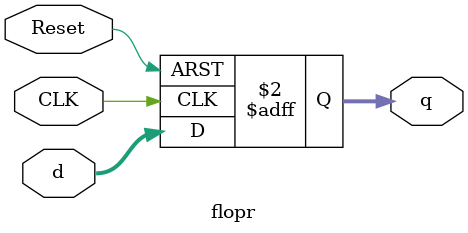
<source format=v>
`timescale 1ns / 1ps
module flopr#(parameter WIDTH = 8) (CLK, Reset, d, q);
	input CLK; //clock
	input Reset; //reset
	input [WIDTH - 1: 0] d; //
	output reg [WIDTH - 1: 0] q;
	
	always @(posedge CLK, posedge Reset)
	begin
		if (Reset) q <= 0;
		else q <= d;// d fist, q second
	end
endmodule

</source>
